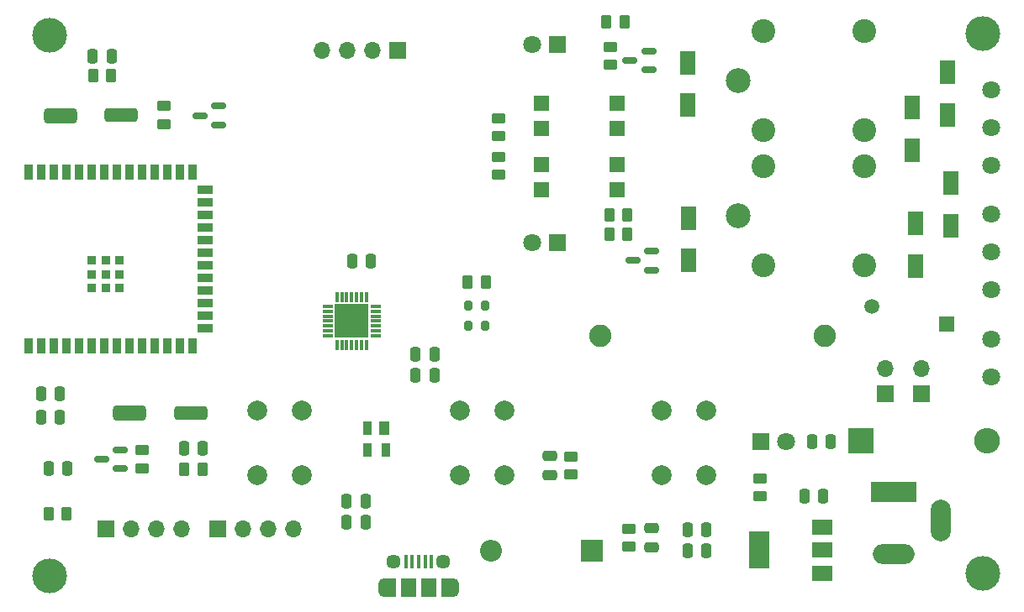
<source format=gbr>
%TF.GenerationSoftware,KiCad,Pcbnew,7.0.2*%
%TF.CreationDate,2024-06-27T10:52:01-03:00*%
%TF.ProjectId,Irrigation_IoT,49727269-6761-4746-996f-6e5f496f542e,rev?*%
%TF.SameCoordinates,Original*%
%TF.FileFunction,Soldermask,Top*%
%TF.FilePolarity,Negative*%
%FSLAX46Y46*%
G04 Gerber Fmt 4.6, Leading zero omitted, Abs format (unit mm)*
G04 Created by KiCad (PCBNEW 7.0.2) date 2024-06-27 10:52:01*
%MOMM*%
%LPD*%
G01*
G04 APERTURE LIST*
G04 Aperture macros list*
%AMRoundRect*
0 Rectangle with rounded corners*
0 $1 Rounding radius*
0 $2 $3 $4 $5 $6 $7 $8 $9 X,Y pos of 4 corners*
0 Add a 4 corners polygon primitive as box body*
4,1,4,$2,$3,$4,$5,$6,$7,$8,$9,$2,$3,0*
0 Add four circle primitives for the rounded corners*
1,1,$1+$1,$2,$3*
1,1,$1+$1,$4,$5*
1,1,$1+$1,$6,$7*
1,1,$1+$1,$8,$9*
0 Add four rect primitives between the rounded corners*
20,1,$1+$1,$2,$3,$4,$5,0*
20,1,$1+$1,$4,$5,$6,$7,0*
20,1,$1+$1,$6,$7,$8,$9,0*
20,1,$1+$1,$8,$9,$2,$3,0*%
G04 Aperture macros list end*
%ADD10C,2.250000*%
%ADD11RoundRect,0.250000X0.262500X0.450000X-0.262500X0.450000X-0.262500X-0.450000X0.262500X-0.450000X0*%
%ADD12R,1.700000X1.700000*%
%ADD13O,1.700000X1.700000*%
%ADD14C,2.000000*%
%ADD15RoundRect,0.250000X-0.475000X0.250000X-0.475000X-0.250000X0.475000X-0.250000X0.475000X0.250000X0*%
%ADD16C,1.800000*%
%ADD17RoundRect,0.200000X0.200000X0.275000X-0.200000X0.275000X-0.200000X-0.275000X0.200000X-0.275000X0*%
%ADD18R,1.800000X1.800000*%
%ADD19R,1.100000X1.400000*%
%ADD20R,0.900000X1.400000*%
%ADD21C,3.500000*%
%ADD22RoundRect,0.250000X-0.250000X-0.475000X0.250000X-0.475000X0.250000X0.475000X-0.250000X0.475000X0*%
%ADD23R,2.000000X1.500000*%
%ADD24R,2.000000X3.800000*%
%ADD25RoundRect,0.250000X0.250000X0.475000X-0.250000X0.475000X-0.250000X-0.475000X0.250000X-0.475000X0*%
%ADD26R,0.400000X1.350000*%
%ADD27O,1.200000X1.900000*%
%ADD28R,1.200000X1.900000*%
%ADD29C,1.450000*%
%ADD30R,1.500000X1.900000*%
%ADD31R,1.550000X2.350000*%
%ADD32RoundRect,0.250000X-0.450000X0.262500X-0.450000X-0.262500X0.450000X-0.262500X0.450000X0.262500X0*%
%ADD33R,1.600000X1.600000*%
%ADD34RoundRect,0.250000X0.475000X-0.250000X0.475000X0.250000X-0.475000X0.250000X-0.475000X-0.250000X0*%
%ADD35RoundRect,0.250000X0.450000X-0.262500X0.450000X0.262500X-0.450000X0.262500X-0.450000X-0.262500X0*%
%ADD36RoundRect,0.378000X-1.301100X-0.378000X1.301100X-0.378000X1.301100X0.378000X-1.301100X0.378000X0*%
%ADD37RoundRect,0.352600X-1.321300X-0.352600X1.321300X-0.352600X1.321300X0.352600X-1.321300X0.352600X0*%
%ADD38R,2.600000X2.600000*%
%ADD39O,2.600000X2.600000*%
%ADD40RoundRect,0.250000X-0.262500X-0.450000X0.262500X-0.450000X0.262500X0.450000X-0.262500X0.450000X0*%
%ADD41C,2.400000*%
%ADD42C,2.500000*%
%ADD43RoundRect,0.150000X0.587500X0.150000X-0.587500X0.150000X-0.587500X-0.150000X0.587500X-0.150000X0*%
%ADD44R,0.900000X0.900000*%
%ADD45R,0.900000X1.500000*%
%ADD46R,1.500000X0.900000*%
%ADD47R,4.600000X2.000000*%
%ADD48O,4.200000X2.000000*%
%ADD49O,2.000000X4.200000*%
%ADD50R,1.500000X1.500000*%
%ADD51C,1.500000*%
%ADD52R,2.200000X2.200000*%
%ADD53O,2.200000X2.200000*%
%ADD54RoundRect,0.200000X-0.200000X-0.275000X0.200000X-0.275000X0.200000X0.275000X-0.200000X0.275000X0*%
%ADD55R,0.300000X1.000000*%
%ADD56R,1.000000X0.300000*%
%ADD57R,3.350000X3.350000*%
G04 APERTURE END LIST*
D10*
%TO.C,F1*%
X151900000Y-73930000D03*
X129300000Y-73930000D03*
%TD*%
D11*
%TO.C,R9*%
X131692500Y-42250000D03*
X129867500Y-42250000D03*
%TD*%
D12*
%TO.C,J6*%
X108910000Y-45125000D03*
D13*
X106370000Y-45125000D03*
X103830000Y-45125000D03*
X101290000Y-45125000D03*
%TD*%
D14*
%TO.C,BT3*%
X135470000Y-88020000D03*
X135470000Y-81520000D03*
X139970000Y-88020000D03*
X139970000Y-81520000D03*
%TD*%
D15*
%TO.C,C14*%
X134460000Y-93350000D03*
X134460000Y-95250000D03*
%TD*%
D16*
%TO.C,J3*%
X168610000Y-56790000D03*
X168610000Y-52980000D03*
X168610000Y-49170000D03*
%TD*%
D17*
%TO.C,R3*%
X117655000Y-72910000D03*
X116005000Y-72910000D03*
%TD*%
D18*
%TO.C,LED1*%
X145455000Y-84660000D03*
D16*
X147995000Y-84660000D03*
%TD*%
D19*
%TO.C,D1*%
X107510000Y-83300000D03*
D20*
X105810000Y-83300000D03*
X105810000Y-85500000D03*
X107710000Y-85500000D03*
%TD*%
D21*
%TO.C,REF\u002A\u002A*%
X73840000Y-98140000D03*
%TD*%
D22*
%TO.C,C16*%
X73732500Y-87290000D03*
X75632500Y-87290000D03*
%TD*%
D23*
%TO.C,U4*%
X151610000Y-97880000D03*
X151610000Y-95580000D03*
D24*
X145310000Y-95580000D03*
D23*
X151610000Y-93280000D03*
%TD*%
D25*
%TO.C,C11*%
X139960000Y-93480000D03*
X138060000Y-93480000D03*
%TD*%
D26*
%TO.C,J2*%
X109680000Y-96687500D03*
X110330000Y-96687500D03*
X110980000Y-96687500D03*
X111630000Y-96687500D03*
X112280000Y-96687500D03*
D27*
X107480000Y-99387500D03*
D28*
X108080000Y-99387500D03*
D29*
X108480000Y-96687500D03*
D30*
X109980000Y-99387500D03*
X111980000Y-99387500D03*
D29*
X113480000Y-96687500D03*
D28*
X113880000Y-99387500D03*
D27*
X114480000Y-99387500D03*
%TD*%
D21*
%TO.C,REF\u002A\u002A*%
X167770000Y-97950000D03*
%TD*%
D22*
%TO.C,C7*%
X104290000Y-66410000D03*
X106190000Y-66410000D03*
%TD*%
D31*
%TO.C,D8*%
X164610000Y-62820000D03*
X164610000Y-58520000D03*
%TD*%
D32*
%TO.C,R1*%
X83170000Y-85477500D03*
X83170000Y-87302500D03*
%TD*%
D12*
%TO.C,J9*%
X157980000Y-79765000D03*
D13*
X157980000Y-77225000D03*
%TD*%
D33*
%TO.C,U1*%
X123360000Y-50480000D03*
X123360000Y-53020000D03*
X130980000Y-53020000D03*
X130980000Y-50480000D03*
%TD*%
D32*
%TO.C,R10*%
X119050000Y-57712500D03*
X119050000Y-55887500D03*
%TD*%
%TO.C,R8*%
X130320000Y-44817500D03*
X130320000Y-46642500D03*
%TD*%
D25*
%TO.C,C17*%
X74862500Y-82130000D03*
X72962500Y-82130000D03*
%TD*%
D34*
%TO.C,C13*%
X124190000Y-88000000D03*
X124190000Y-86100000D03*
%TD*%
D16*
%TO.C,J8*%
X168635000Y-78105000D03*
X168635000Y-74295000D03*
%TD*%
D21*
%TO.C,REF\u002A\u002A*%
X167770000Y-43470000D03*
%TD*%
D35*
%TO.C,R2*%
X85370000Y-52602500D03*
X85370000Y-50777500D03*
%TD*%
D36*
%TO.C,EN1*%
X81871600Y-81756000D03*
D37*
X88018600Y-81705200D03*
%TD*%
D38*
%TO.C,D2*%
X155500000Y-84560000D03*
D39*
X168200000Y-84560000D03*
%TD*%
D25*
%TO.C,C12*%
X89242500Y-85330000D03*
X87342500Y-85330000D03*
%TD*%
D40*
%TO.C,R13*%
X87380000Y-87400000D03*
X89205000Y-87400000D03*
%TD*%
D41*
%TO.C,K4*%
X145660000Y-66830000D03*
D42*
X143160000Y-61830000D03*
D41*
X155860000Y-66830000D03*
X155860000Y-56830000D03*
X145660000Y-56830000D03*
%TD*%
D35*
%TO.C,R15*%
X132140000Y-95212500D03*
X132140000Y-93387500D03*
%TD*%
D25*
%TO.C,C2*%
X105640000Y-92710000D03*
X103740000Y-92710000D03*
%TD*%
D22*
%TO.C,C15*%
X78170000Y-45800000D03*
X80070000Y-45800000D03*
%TD*%
D14*
%TO.C,BT1*%
X94740000Y-88020000D03*
X94740000Y-81520000D03*
X99240000Y-88020000D03*
X99240000Y-81520000D03*
%TD*%
D43*
%TO.C,Q4*%
X134447500Y-67320000D03*
X134447500Y-65420000D03*
X132572500Y-66370000D03*
%TD*%
%TO.C,Q3*%
X134147500Y-47110000D03*
X134147500Y-45210000D03*
X132272500Y-46160000D03*
%TD*%
D16*
%TO.C,LED2*%
X122435000Y-44570000D03*
D18*
X124975000Y-44570000D03*
%TD*%
D25*
%TO.C,C8*%
X152470000Y-84580000D03*
X150570000Y-84580000D03*
%TD*%
D21*
%TO.C,REF\u002A\u002A*%
X73840000Y-43660000D03*
%TD*%
D22*
%TO.C,C1*%
X110670000Y-75800000D03*
X112570000Y-75800000D03*
%TD*%
D25*
%TO.C,C10*%
X139940000Y-95590000D03*
X138040000Y-95590000D03*
%TD*%
D36*
%TO.C,IO0*%
X74879100Y-51766000D03*
D37*
X81026100Y-51715200D03*
%TD*%
D44*
%TO.C,IC1*%
X78050000Y-67730000D03*
X78050000Y-66330000D03*
X79450000Y-66330000D03*
X80850000Y-66330000D03*
X80850000Y-67730000D03*
X80850000Y-69130000D03*
X79450000Y-69130000D03*
X78050000Y-69130000D03*
X79450000Y-67730000D03*
D45*
X71730000Y-57480000D03*
X73000000Y-57480000D03*
X74270000Y-57480000D03*
X75540000Y-57480000D03*
X76810000Y-57480000D03*
X78080000Y-57480000D03*
X79350000Y-57480000D03*
X80620000Y-57480000D03*
X81890000Y-57480000D03*
X83160000Y-57480000D03*
X84430000Y-57480000D03*
X85700000Y-57480000D03*
X86970000Y-57480000D03*
X88240000Y-57480000D03*
D46*
X89490000Y-59245000D03*
X89490000Y-60515000D03*
X89490000Y-61785000D03*
X89490000Y-63055000D03*
X89490000Y-64325000D03*
X89490000Y-65595000D03*
X89490000Y-66865000D03*
X89490000Y-68135000D03*
X89490000Y-69405000D03*
X89490000Y-70675000D03*
X89490000Y-71945000D03*
X89490000Y-73215000D03*
D45*
X88240000Y-74980000D03*
X86970000Y-74980000D03*
X85700000Y-74980000D03*
X84430000Y-74980000D03*
X83160000Y-74980000D03*
X81890000Y-74980000D03*
X80620000Y-74980000D03*
X79350000Y-74980000D03*
X78080000Y-74980000D03*
X76810000Y-74980000D03*
X75540000Y-74980000D03*
X74270000Y-74980000D03*
X73000000Y-74980000D03*
X71730000Y-74980000D03*
%TD*%
D22*
%TO.C,C5*%
X110670000Y-77920000D03*
X112570000Y-77920000D03*
%TD*%
D18*
%TO.C,LED3*%
X124975000Y-64580000D03*
D16*
X122435000Y-64580000D03*
%TD*%
D47*
%TO.C,J1*%
X158800000Y-89660000D03*
D48*
X158800000Y-95960000D03*
D49*
X163600000Y-92560000D03*
%TD*%
D40*
%TO.C,R11*%
X130177500Y-63720000D03*
X132002500Y-63720000D03*
%TD*%
D32*
%TO.C,R7*%
X119020000Y-53832500D03*
X119020000Y-52007500D03*
%TD*%
D25*
%TO.C,C6*%
X74862500Y-79770000D03*
X72962500Y-79770000D03*
%TD*%
D31*
%TO.C,D9*%
X164220000Y-51700000D03*
X164220000Y-47400000D03*
%TD*%
D16*
%TO.C,J7*%
X168610000Y-69260000D03*
X168610000Y-65450000D03*
X168610000Y-61640000D03*
%TD*%
D50*
%TO.C,RV1*%
X164140000Y-72770000D03*
D51*
X156640000Y-70970000D03*
%TD*%
D41*
%TO.C,K3*%
X145660000Y-53201200D03*
D42*
X143160000Y-48201200D03*
D41*
X155860000Y-53201200D03*
X155860000Y-43201200D03*
X145660000Y-43201200D03*
%TD*%
D12*
%TO.C,J4*%
X90770000Y-93390000D03*
D13*
X93310000Y-93390000D03*
X95850000Y-93390000D03*
X98390000Y-93390000D03*
%TD*%
D31*
%TO.C,D7*%
X160990000Y-62620000D03*
X160990000Y-66920000D03*
%TD*%
D35*
%TO.C,R6*%
X145350000Y-90152500D03*
X145350000Y-88327500D03*
%TD*%
D43*
%TO.C,Q1*%
X80952500Y-87350000D03*
X80952500Y-85450000D03*
X79077500Y-86400000D03*
%TD*%
D11*
%TO.C,R17*%
X75532500Y-91940000D03*
X73707500Y-91940000D03*
%TD*%
%TO.C,R12*%
X132002500Y-61800000D03*
X130177500Y-61800000D03*
%TD*%
D12*
%TO.C,J10*%
X161590000Y-79765000D03*
D13*
X161590000Y-77225000D03*
%TD*%
D31*
%TO.C,D6*%
X138130000Y-62070000D03*
X138130000Y-66370000D03*
%TD*%
%TO.C,D5*%
X160660000Y-50950000D03*
X160660000Y-55250000D03*
%TD*%
D40*
%TO.C,R5*%
X115917500Y-68550000D03*
X117742500Y-68550000D03*
%TD*%
D12*
%TO.C,J5*%
X79530000Y-93390000D03*
D13*
X82070000Y-93390000D03*
X84610000Y-93390000D03*
X87150000Y-93390000D03*
%TD*%
D52*
%TO.C,D3*%
X128440000Y-95630000D03*
D53*
X118280000Y-95630000D03*
%TD*%
D32*
%TO.C,R14*%
X126310000Y-86137500D03*
X126310000Y-87962500D03*
%TD*%
D25*
%TO.C,C9*%
X151740000Y-90140000D03*
X149840000Y-90140000D03*
%TD*%
%TO.C,C3*%
X105640000Y-90620000D03*
X103740000Y-90620000D03*
%TD*%
D11*
%TO.C,R16*%
X78197500Y-47740000D03*
X80022500Y-47740000D03*
%TD*%
D31*
%TO.C,D4*%
X138110000Y-46400000D03*
X138110000Y-50700000D03*
%TD*%
D54*
%TO.C,R4*%
X116005000Y-70900000D03*
X117655000Y-70900000D03*
%TD*%
D55*
%TO.C,IC2*%
X102740000Y-74870000D03*
X103240000Y-74870000D03*
X103740000Y-74870000D03*
X104240000Y-74870000D03*
X104740000Y-74870000D03*
X105240000Y-74870000D03*
X105740000Y-74870000D03*
D56*
X106640000Y-73970000D03*
X106640000Y-73470000D03*
X106640000Y-72970000D03*
X106640000Y-72470000D03*
X106640000Y-71970000D03*
X106640000Y-71470000D03*
X106640000Y-70970000D03*
D55*
X105740000Y-70070000D03*
X105240000Y-70070000D03*
X104740000Y-70070000D03*
X104240000Y-70070000D03*
X103740000Y-70070000D03*
X103240000Y-70070000D03*
X102740000Y-70070000D03*
D56*
X101840000Y-70970000D03*
X101840000Y-71470000D03*
X101840000Y-71970000D03*
X101840000Y-72470000D03*
X101840000Y-72970000D03*
X101840000Y-73470000D03*
X101840000Y-73970000D03*
D57*
X104240000Y-72470000D03*
%TD*%
D14*
%TO.C,BT2*%
X115105000Y-88020000D03*
X115105000Y-81520000D03*
X119605000Y-88020000D03*
X119605000Y-81520000D03*
%TD*%
D43*
%TO.C,Q2*%
X90867500Y-52690000D03*
X90867500Y-50790000D03*
X88992500Y-51740000D03*
%TD*%
D33*
%TO.C,U5*%
X123360000Y-56690000D03*
X123360000Y-59230000D03*
X130980000Y-59230000D03*
X130980000Y-56690000D03*
%TD*%
M02*

</source>
